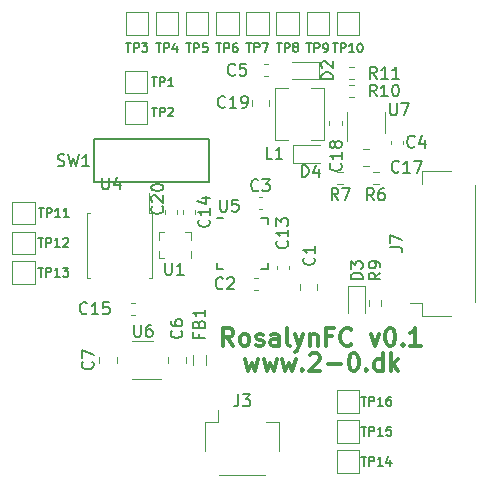
<source format=gbr>
%TF.GenerationSoftware,KiCad,Pcbnew,5.1.8-db9833491~87~ubuntu20.04.1*%
%TF.CreationDate,2020-11-23T17:18:25+01:00*%
%TF.ProjectId,rosalyn-fc,726f7361-6c79-46e2-9d66-632e6b696361,v0.1*%
%TF.SameCoordinates,Original*%
%TF.FileFunction,Legend,Top*%
%TF.FilePolarity,Positive*%
%FSLAX46Y46*%
G04 Gerber Fmt 4.6, Leading zero omitted, Abs format (unit mm)*
G04 Created by KiCad (PCBNEW 5.1.8-db9833491~87~ubuntu20.04.1) date 2020-11-23 17:18:25*
%MOMM*%
%LPD*%
G01*
G04 APERTURE LIST*
%ADD10C,0.300000*%
%ADD11C,0.120000*%
%ADD12C,0.100000*%
%ADD13C,0.150000*%
G04 APERTURE END LIST*
D10*
X150240000Y-109808571D02*
X150525714Y-110808571D01*
X150811428Y-110094285D01*
X151097142Y-110808571D01*
X151382857Y-109808571D01*
X151811428Y-109808571D02*
X152097142Y-110808571D01*
X152382857Y-110094285D01*
X152668571Y-110808571D01*
X152954285Y-109808571D01*
X153382857Y-109808571D02*
X153668571Y-110808571D01*
X153954285Y-110094285D01*
X154240000Y-110808571D01*
X154525714Y-109808571D01*
X155097142Y-110665714D02*
X155168571Y-110737142D01*
X155097142Y-110808571D01*
X155025714Y-110737142D01*
X155097142Y-110665714D01*
X155097142Y-110808571D01*
X155740000Y-109451428D02*
X155811428Y-109380000D01*
X155954285Y-109308571D01*
X156311428Y-109308571D01*
X156454285Y-109380000D01*
X156525714Y-109451428D01*
X156597142Y-109594285D01*
X156597142Y-109737142D01*
X156525714Y-109951428D01*
X155668571Y-110808571D01*
X156597142Y-110808571D01*
X157240000Y-110237142D02*
X158382857Y-110237142D01*
X159382857Y-109308571D02*
X159525714Y-109308571D01*
X159668571Y-109380000D01*
X159740000Y-109451428D01*
X159811428Y-109594285D01*
X159882857Y-109880000D01*
X159882857Y-110237142D01*
X159811428Y-110522857D01*
X159740000Y-110665714D01*
X159668571Y-110737142D01*
X159525714Y-110808571D01*
X159382857Y-110808571D01*
X159240000Y-110737142D01*
X159168571Y-110665714D01*
X159097142Y-110522857D01*
X159025714Y-110237142D01*
X159025714Y-109880000D01*
X159097142Y-109594285D01*
X159168571Y-109451428D01*
X159240000Y-109380000D01*
X159382857Y-109308571D01*
X160525714Y-110665714D02*
X160597142Y-110737142D01*
X160525714Y-110808571D01*
X160454285Y-110737142D01*
X160525714Y-110665714D01*
X160525714Y-110808571D01*
X161882857Y-110808571D02*
X161882857Y-109308571D01*
X161882857Y-110737142D02*
X161740000Y-110808571D01*
X161454285Y-110808571D01*
X161311428Y-110737142D01*
X161240000Y-110665714D01*
X161168571Y-110522857D01*
X161168571Y-110094285D01*
X161240000Y-109951428D01*
X161311428Y-109880000D01*
X161454285Y-109808571D01*
X161740000Y-109808571D01*
X161882857Y-109880000D01*
X162597142Y-110808571D02*
X162597142Y-109308571D01*
X162740000Y-110237142D02*
X163168571Y-110808571D01*
X163168571Y-109808571D02*
X162597142Y-110380000D01*
X149245714Y-108668571D02*
X148745714Y-107954285D01*
X148388571Y-108668571D02*
X148388571Y-107168571D01*
X148960000Y-107168571D01*
X149102857Y-107240000D01*
X149174285Y-107311428D01*
X149245714Y-107454285D01*
X149245714Y-107668571D01*
X149174285Y-107811428D01*
X149102857Y-107882857D01*
X148960000Y-107954285D01*
X148388571Y-107954285D01*
X150102857Y-108668571D02*
X149960000Y-108597142D01*
X149888571Y-108525714D01*
X149817142Y-108382857D01*
X149817142Y-107954285D01*
X149888571Y-107811428D01*
X149960000Y-107740000D01*
X150102857Y-107668571D01*
X150317142Y-107668571D01*
X150460000Y-107740000D01*
X150531428Y-107811428D01*
X150602857Y-107954285D01*
X150602857Y-108382857D01*
X150531428Y-108525714D01*
X150460000Y-108597142D01*
X150317142Y-108668571D01*
X150102857Y-108668571D01*
X151174285Y-108597142D02*
X151317142Y-108668571D01*
X151602857Y-108668571D01*
X151745714Y-108597142D01*
X151817142Y-108454285D01*
X151817142Y-108382857D01*
X151745714Y-108240000D01*
X151602857Y-108168571D01*
X151388571Y-108168571D01*
X151245714Y-108097142D01*
X151174285Y-107954285D01*
X151174285Y-107882857D01*
X151245714Y-107740000D01*
X151388571Y-107668571D01*
X151602857Y-107668571D01*
X151745714Y-107740000D01*
X153102857Y-108668571D02*
X153102857Y-107882857D01*
X153031428Y-107740000D01*
X152888571Y-107668571D01*
X152602857Y-107668571D01*
X152460000Y-107740000D01*
X153102857Y-108597142D02*
X152960000Y-108668571D01*
X152602857Y-108668571D01*
X152460000Y-108597142D01*
X152388571Y-108454285D01*
X152388571Y-108311428D01*
X152460000Y-108168571D01*
X152602857Y-108097142D01*
X152960000Y-108097142D01*
X153102857Y-108025714D01*
X154031428Y-108668571D02*
X153888571Y-108597142D01*
X153817142Y-108454285D01*
X153817142Y-107168571D01*
X154460000Y-107668571D02*
X154817142Y-108668571D01*
X155174285Y-107668571D02*
X154817142Y-108668571D01*
X154674285Y-109025714D01*
X154602857Y-109097142D01*
X154460000Y-109168571D01*
X155745714Y-107668571D02*
X155745714Y-108668571D01*
X155745714Y-107811428D02*
X155817142Y-107740000D01*
X155960000Y-107668571D01*
X156174285Y-107668571D01*
X156317142Y-107740000D01*
X156388571Y-107882857D01*
X156388571Y-108668571D01*
X157602857Y-107882857D02*
X157102857Y-107882857D01*
X157102857Y-108668571D02*
X157102857Y-107168571D01*
X157817142Y-107168571D01*
X159245714Y-108525714D02*
X159174285Y-108597142D01*
X158960000Y-108668571D01*
X158817142Y-108668571D01*
X158602857Y-108597142D01*
X158460000Y-108454285D01*
X158388571Y-108311428D01*
X158317142Y-108025714D01*
X158317142Y-107811428D01*
X158388571Y-107525714D01*
X158460000Y-107382857D01*
X158602857Y-107240000D01*
X158817142Y-107168571D01*
X158960000Y-107168571D01*
X159174285Y-107240000D01*
X159245714Y-107311428D01*
X160888571Y-107668571D02*
X161245714Y-108668571D01*
X161602857Y-107668571D01*
X162460000Y-107168571D02*
X162602857Y-107168571D01*
X162745714Y-107240000D01*
X162817142Y-107311428D01*
X162888571Y-107454285D01*
X162960000Y-107740000D01*
X162960000Y-108097142D01*
X162888571Y-108382857D01*
X162817142Y-108525714D01*
X162745714Y-108597142D01*
X162602857Y-108668571D01*
X162460000Y-108668571D01*
X162317142Y-108597142D01*
X162245714Y-108525714D01*
X162174285Y-108382857D01*
X162102857Y-108097142D01*
X162102857Y-107740000D01*
X162174285Y-107454285D01*
X162245714Y-107311428D01*
X162317142Y-107240000D01*
X162460000Y-107168571D01*
X163602857Y-108525714D02*
X163674285Y-108597142D01*
X163602857Y-108668571D01*
X163531428Y-108597142D01*
X163602857Y-108525714D01*
X163602857Y-108668571D01*
X165102857Y-108668571D02*
X164245714Y-108668571D01*
X164674285Y-108668571D02*
X164674285Y-107168571D01*
X164531428Y-107382857D01*
X164388571Y-107525714D01*
X164245714Y-107597142D01*
D11*
%TO.C,C7*%
X139385000Y-110121252D02*
X139385000Y-109598748D01*
X137915000Y-110121252D02*
X137915000Y-109598748D01*
%TO.C,C6*%
X145225000Y-110131252D02*
X145225000Y-109608748D01*
X143755000Y-110131252D02*
X143755000Y-109608748D01*
%TO.C,C20*%
X144510000Y-97490580D02*
X144510000Y-97209420D01*
X143490000Y-97490580D02*
X143490000Y-97209420D01*
%TO.C,L1*%
X153844000Y-91216000D02*
X152744000Y-91216000D01*
X152744000Y-91216000D02*
X152744000Y-86816000D01*
X152744000Y-86816000D02*
X153844000Y-86816000D01*
X155844000Y-86816000D02*
X156944000Y-86816000D01*
X156944000Y-86816000D02*
X156944000Y-91216000D01*
X156944000Y-91216000D02*
X155844000Y-91216000D01*
%TO.C,R11*%
X159497258Y-85067500D02*
X159022742Y-85067500D01*
X159497258Y-86112500D02*
X159022742Y-86112500D01*
%TO.C,C15*%
X140890580Y-105050000D02*
X140609420Y-105050000D01*
X140890580Y-106070000D02*
X140609420Y-106070000D01*
%TO.C,C14*%
X146000000Y-97480580D02*
X146000000Y-97199420D01*
X144980000Y-97480580D02*
X144980000Y-97199420D01*
%TO.C,C13*%
X152910000Y-101889420D02*
X152910000Y-102170580D01*
X153930000Y-101889420D02*
X153930000Y-102170580D01*
D12*
%TO.C,U1*%
X145640000Y-99070000D02*
X145160000Y-99070000D01*
X143420000Y-99070000D02*
X142940000Y-99070000D01*
X142940000Y-99070000D02*
X142940000Y-99710000D01*
X145640000Y-99070000D02*
X145640000Y-99710000D01*
X142940000Y-100630000D02*
X142940000Y-101270000D01*
X143420000Y-101270000D02*
X142940000Y-101270000D01*
X145640000Y-100630000D02*
X145640000Y-101270000D01*
D13*
%TO.C,U5*%
X152150000Y-97850000D02*
X151625000Y-97850000D01*
X152150000Y-102150000D02*
X151625000Y-102150000D01*
X147850000Y-102150000D02*
X148375000Y-102150000D01*
X147850000Y-97850000D02*
X148375000Y-97850000D01*
X152150000Y-102150000D02*
X152150000Y-101625000D01*
X147850000Y-102150000D02*
X147850000Y-101625000D01*
X152150000Y-97850000D02*
X152150000Y-98375000D01*
D11*
%TO.C,C1*%
X154895000Y-103971252D02*
X154895000Y-103448748D01*
X156365000Y-103971252D02*
X156365000Y-103448748D01*
%TO.C,C2*%
X151019420Y-103940000D02*
X151300580Y-103940000D01*
X151019420Y-102920000D02*
X151300580Y-102920000D01*
%TO.C,C3*%
X151389420Y-96040000D02*
X151670580Y-96040000D01*
X151389420Y-97060000D02*
X151670580Y-97060000D01*
%TO.C,D3*%
X160441000Y-105866000D02*
X160441000Y-103581000D01*
X160441000Y-103581000D02*
X158971000Y-103581000D01*
X158971000Y-103581000D02*
X158971000Y-105866000D01*
%TO.C,R6*%
X161547258Y-93937500D02*
X161072742Y-93937500D01*
X161547258Y-94982500D02*
X161072742Y-94982500D01*
%TO.C,R7*%
X158537258Y-94982500D02*
X158062742Y-94982500D01*
X158537258Y-93937500D02*
X158062742Y-93937500D01*
%TO.C,R9*%
X161778500Y-104798742D02*
X161778500Y-105273258D01*
X160733500Y-104798742D02*
X160733500Y-105273258D01*
%TO.C,U6*%
X142476000Y-108258000D02*
X140676000Y-108258000D01*
X140676000Y-111478000D02*
X143126000Y-111478000D01*
%TO.C,C17*%
X160218748Y-91975000D02*
X160741252Y-91975000D01*
X160218748Y-93445000D02*
X160741252Y-93445000D01*
%TO.C,C18*%
X157394000Y-89659420D02*
X157394000Y-89940580D01*
X158414000Y-89659420D02*
X158414000Y-89940580D01*
%TO.C,C19*%
X150825000Y-87818748D02*
X150825000Y-88341252D01*
X152295000Y-87818748D02*
X152295000Y-88341252D01*
%TO.C,D4*%
X154315000Y-93175000D02*
X156600000Y-93175000D01*
X154315000Y-91705000D02*
X154315000Y-93175000D01*
X156600000Y-91705000D02*
X154315000Y-91705000D01*
%TO.C,D2*%
X154190000Y-86075000D02*
X156475000Y-86075000D01*
X156475000Y-86075000D02*
X156475000Y-84605000D01*
X156475000Y-84605000D02*
X154190000Y-84605000D01*
%TO.C,R10*%
X159016742Y-86577500D02*
X159491258Y-86577500D01*
X159016742Y-87622500D02*
X159491258Y-87622500D01*
%TO.C,U7*%
X158874000Y-88890000D02*
X158874000Y-91340000D01*
X162094000Y-90690000D02*
X162094000Y-88890000D01*
%TO.C,FB1*%
X146920000Y-109480378D02*
X146920000Y-110279622D01*
X145800000Y-109480378D02*
X145800000Y-110279622D01*
%TO.C,C4*%
X162620000Y-91585580D02*
X162620000Y-91304420D01*
X163640000Y-91585580D02*
X163640000Y-91304420D01*
%TO.C,C5*%
X151879420Y-85850000D02*
X152160580Y-85850000D01*
X151879420Y-84830000D02*
X152160580Y-84830000D01*
%TO.C,J3*%
X146890000Y-117615000D02*
X146890000Y-115115000D01*
X146890000Y-115115000D02*
X147940000Y-115115000D01*
X147940000Y-115115000D02*
X147940000Y-114125000D01*
X153110000Y-117615000D02*
X153110000Y-115115000D01*
X153110000Y-115115000D02*
X152060000Y-115115000D01*
X148060000Y-119585000D02*
X151940000Y-119585000D01*
%TO.C,J7*%
X169685000Y-104940000D02*
X169685000Y-95060000D01*
X165215000Y-93890000D02*
X165215000Y-94940000D01*
X167715000Y-93890000D02*
X165215000Y-93890000D01*
X165215000Y-105060000D02*
X164225000Y-105060000D01*
X165215000Y-106110000D02*
X165215000Y-105060000D01*
X167715000Y-106110000D02*
X165215000Y-106110000D01*
%TO.C,U4*%
X142085000Y-97402500D02*
X142085000Y-95750000D01*
X142367500Y-97402500D02*
X142085000Y-97402500D01*
X142367500Y-100150000D02*
X142367500Y-97402500D01*
X142367500Y-102897500D02*
X142085000Y-102897500D01*
X142367500Y-100150000D02*
X142367500Y-102897500D01*
X136872500Y-97402500D02*
X137155000Y-97402500D01*
X136872500Y-100150000D02*
X136872500Y-97402500D01*
X136872500Y-102897500D02*
X137155000Y-102897500D01*
X136872500Y-100150000D02*
X136872500Y-102897500D01*
%TO.C,TP1*%
X140050000Y-85410000D02*
X141950000Y-85410000D01*
X141950000Y-85410000D02*
X141950000Y-87310000D01*
X141950000Y-87310000D02*
X140050000Y-87310000D01*
X140050000Y-87310000D02*
X140050000Y-85410000D01*
%TO.C,TP2*%
X140050000Y-89860000D02*
X140050000Y-87960000D01*
X141950000Y-89860000D02*
X140050000Y-89860000D01*
X141950000Y-87960000D02*
X141950000Y-89860000D01*
X140050000Y-87960000D02*
X141950000Y-87960000D01*
%TO.C,TP3*%
X140150000Y-80450000D02*
X142050000Y-80450000D01*
X142050000Y-80450000D02*
X142050000Y-82350000D01*
X142050000Y-82350000D02*
X140150000Y-82350000D01*
X140150000Y-82350000D02*
X140150000Y-80450000D01*
%TO.C,TP4*%
X142700000Y-82350000D02*
X142700000Y-80450000D01*
X144600000Y-82350000D02*
X142700000Y-82350000D01*
X144600000Y-80450000D02*
X144600000Y-82350000D01*
X142700000Y-80450000D02*
X144600000Y-80450000D01*
%TO.C,TP5*%
X145250000Y-80450000D02*
X147150000Y-80450000D01*
X147150000Y-80450000D02*
X147150000Y-82350000D01*
X147150000Y-82350000D02*
X145250000Y-82350000D01*
X145250000Y-82350000D02*
X145250000Y-80450000D01*
%TO.C,TP6*%
X147800000Y-80450000D02*
X149700000Y-80450000D01*
X149700000Y-80450000D02*
X149700000Y-82350000D01*
X149700000Y-82350000D02*
X147800000Y-82350000D01*
X147800000Y-82350000D02*
X147800000Y-80450000D01*
%TO.C,TP7*%
X150350000Y-82350000D02*
X150350000Y-80450000D01*
X152250000Y-82350000D02*
X150350000Y-82350000D01*
X152250000Y-80450000D02*
X152250000Y-82350000D01*
X150350000Y-80450000D02*
X152250000Y-80450000D01*
%TO.C,TP8*%
X152900000Y-80450000D02*
X154800000Y-80450000D01*
X154800000Y-80450000D02*
X154800000Y-82350000D01*
X154800000Y-82350000D02*
X152900000Y-82350000D01*
X152900000Y-82350000D02*
X152900000Y-80450000D01*
%TO.C,TP9*%
X155450000Y-82350000D02*
X155450000Y-80450000D01*
X157350000Y-82350000D02*
X155450000Y-82350000D01*
X157350000Y-80450000D02*
X157350000Y-82350000D01*
X155450000Y-80450000D02*
X157350000Y-80450000D01*
%TO.C,TP10*%
X158000000Y-80450000D02*
X159900000Y-80450000D01*
X159900000Y-80450000D02*
X159900000Y-82350000D01*
X159900000Y-82350000D02*
X158000000Y-82350000D01*
X158000000Y-82350000D02*
X158000000Y-80450000D01*
%TO.C,TP11*%
X130540000Y-98360000D02*
X130540000Y-96460000D01*
X132440000Y-98360000D02*
X130540000Y-98360000D01*
X132440000Y-96460000D02*
X132440000Y-98360000D01*
X130540000Y-96460000D02*
X132440000Y-96460000D01*
%TO.C,TP12*%
X130540000Y-99000000D02*
X132440000Y-99000000D01*
X132440000Y-99000000D02*
X132440000Y-100900000D01*
X132440000Y-100900000D02*
X130540000Y-100900000D01*
X130540000Y-100900000D02*
X130540000Y-99000000D01*
%TO.C,TP13*%
X130540000Y-103430000D02*
X130540000Y-101530000D01*
X132440000Y-103430000D02*
X130540000Y-103430000D01*
X132440000Y-101530000D02*
X132440000Y-103430000D01*
X130540000Y-101530000D02*
X132440000Y-101530000D01*
%TO.C,TP14*%
X158020000Y-119430000D02*
X158020000Y-117530000D01*
X159920000Y-119430000D02*
X158020000Y-119430000D01*
X159920000Y-117530000D02*
X159920000Y-119430000D01*
X158020000Y-117530000D02*
X159920000Y-117530000D01*
%TO.C,TP15*%
X158020000Y-114980000D02*
X159920000Y-114980000D01*
X159920000Y-114980000D02*
X159920000Y-116880000D01*
X159920000Y-116880000D02*
X158020000Y-116880000D01*
X158020000Y-116880000D02*
X158020000Y-114980000D01*
%TO.C,TP16*%
X158020000Y-114340000D02*
X158020000Y-112440000D01*
X159920000Y-114340000D02*
X158020000Y-114340000D01*
X159920000Y-112440000D02*
X159920000Y-114340000D01*
X158020000Y-112440000D02*
X159920000Y-112440000D01*
D13*
%TO.C,SW1*%
X137420000Y-91190000D02*
X147220000Y-91190000D01*
X147220000Y-94790000D02*
X137420000Y-94790000D01*
X147220000Y-91190000D02*
X147220000Y-94790000D01*
X137420000Y-94790000D02*
X137420000Y-91190000D01*
%TO.C,C7*%
X137327142Y-110026666D02*
X137374761Y-110074285D01*
X137422380Y-110217142D01*
X137422380Y-110312380D01*
X137374761Y-110455238D01*
X137279523Y-110550476D01*
X137184285Y-110598095D01*
X136993809Y-110645714D01*
X136850952Y-110645714D01*
X136660476Y-110598095D01*
X136565238Y-110550476D01*
X136470000Y-110455238D01*
X136422380Y-110312380D01*
X136422380Y-110217142D01*
X136470000Y-110074285D01*
X136517619Y-110026666D01*
X136422380Y-109693333D02*
X136422380Y-109026666D01*
X137422380Y-109455238D01*
%TO.C,C6*%
X144847142Y-107396666D02*
X144894761Y-107444285D01*
X144942380Y-107587142D01*
X144942380Y-107682380D01*
X144894761Y-107825238D01*
X144799523Y-107920476D01*
X144704285Y-107968095D01*
X144513809Y-108015714D01*
X144370952Y-108015714D01*
X144180476Y-107968095D01*
X144085238Y-107920476D01*
X143990000Y-107825238D01*
X143942380Y-107682380D01*
X143942380Y-107587142D01*
X143990000Y-107444285D01*
X144037619Y-107396666D01*
X143942380Y-106539523D02*
X143942380Y-106730000D01*
X143990000Y-106825238D01*
X144037619Y-106872857D01*
X144180476Y-106968095D01*
X144370952Y-107015714D01*
X144751904Y-107015714D01*
X144847142Y-106968095D01*
X144894761Y-106920476D01*
X144942380Y-106825238D01*
X144942380Y-106634761D01*
X144894761Y-106539523D01*
X144847142Y-106491904D01*
X144751904Y-106444285D01*
X144513809Y-106444285D01*
X144418571Y-106491904D01*
X144370952Y-106539523D01*
X144323333Y-106634761D01*
X144323333Y-106825238D01*
X144370952Y-106920476D01*
X144418571Y-106968095D01*
X144513809Y-107015714D01*
%TO.C,C20*%
X143217142Y-96872857D02*
X143264761Y-96920476D01*
X143312380Y-97063333D01*
X143312380Y-97158571D01*
X143264761Y-97301428D01*
X143169523Y-97396666D01*
X143074285Y-97444285D01*
X142883809Y-97491904D01*
X142740952Y-97491904D01*
X142550476Y-97444285D01*
X142455238Y-97396666D01*
X142360000Y-97301428D01*
X142312380Y-97158571D01*
X142312380Y-97063333D01*
X142360000Y-96920476D01*
X142407619Y-96872857D01*
X142407619Y-96491904D02*
X142360000Y-96444285D01*
X142312380Y-96349047D01*
X142312380Y-96110952D01*
X142360000Y-96015714D01*
X142407619Y-95968095D01*
X142502857Y-95920476D01*
X142598095Y-95920476D01*
X142740952Y-95968095D01*
X143312380Y-96539523D01*
X143312380Y-95920476D01*
X142312380Y-95301428D02*
X142312380Y-95206190D01*
X142360000Y-95110952D01*
X142407619Y-95063333D01*
X142502857Y-95015714D01*
X142693333Y-94968095D01*
X142931428Y-94968095D01*
X143121904Y-95015714D01*
X143217142Y-95063333D01*
X143264761Y-95110952D01*
X143312380Y-95206190D01*
X143312380Y-95301428D01*
X143264761Y-95396666D01*
X143217142Y-95444285D01*
X143121904Y-95491904D01*
X142931428Y-95539523D01*
X142693333Y-95539523D01*
X142502857Y-95491904D01*
X142407619Y-95444285D01*
X142360000Y-95396666D01*
X142312380Y-95301428D01*
%TO.C,L1*%
X152543333Y-92832380D02*
X152067142Y-92832380D01*
X152067142Y-91832380D01*
X153400476Y-92832380D02*
X152829047Y-92832380D01*
X153114761Y-92832380D02*
X153114761Y-91832380D01*
X153019523Y-91975238D01*
X152924285Y-92070476D01*
X152829047Y-92118095D01*
%TO.C,R11*%
X161387142Y-86042380D02*
X161053809Y-85566190D01*
X160815714Y-86042380D02*
X160815714Y-85042380D01*
X161196666Y-85042380D01*
X161291904Y-85090000D01*
X161339523Y-85137619D01*
X161387142Y-85232857D01*
X161387142Y-85375714D01*
X161339523Y-85470952D01*
X161291904Y-85518571D01*
X161196666Y-85566190D01*
X160815714Y-85566190D01*
X162339523Y-86042380D02*
X161768095Y-86042380D01*
X162053809Y-86042380D02*
X162053809Y-85042380D01*
X161958571Y-85185238D01*
X161863333Y-85280476D01*
X161768095Y-85328095D01*
X163291904Y-86042380D02*
X162720476Y-86042380D01*
X163006190Y-86042380D02*
X163006190Y-85042380D01*
X162910952Y-85185238D01*
X162815714Y-85280476D01*
X162720476Y-85328095D01*
%TO.C,C15*%
X136867142Y-105897142D02*
X136819523Y-105944761D01*
X136676666Y-105992380D01*
X136581428Y-105992380D01*
X136438571Y-105944761D01*
X136343333Y-105849523D01*
X136295714Y-105754285D01*
X136248095Y-105563809D01*
X136248095Y-105420952D01*
X136295714Y-105230476D01*
X136343333Y-105135238D01*
X136438571Y-105040000D01*
X136581428Y-104992380D01*
X136676666Y-104992380D01*
X136819523Y-105040000D01*
X136867142Y-105087619D01*
X137819523Y-105992380D02*
X137248095Y-105992380D01*
X137533809Y-105992380D02*
X137533809Y-104992380D01*
X137438571Y-105135238D01*
X137343333Y-105230476D01*
X137248095Y-105278095D01*
X138724285Y-104992380D02*
X138248095Y-104992380D01*
X138200476Y-105468571D01*
X138248095Y-105420952D01*
X138343333Y-105373333D01*
X138581428Y-105373333D01*
X138676666Y-105420952D01*
X138724285Y-105468571D01*
X138771904Y-105563809D01*
X138771904Y-105801904D01*
X138724285Y-105897142D01*
X138676666Y-105944761D01*
X138581428Y-105992380D01*
X138343333Y-105992380D01*
X138248095Y-105944761D01*
X138200476Y-105897142D01*
%TO.C,C14*%
X147167142Y-97982857D02*
X147214761Y-98030476D01*
X147262380Y-98173333D01*
X147262380Y-98268571D01*
X147214761Y-98411428D01*
X147119523Y-98506666D01*
X147024285Y-98554285D01*
X146833809Y-98601904D01*
X146690952Y-98601904D01*
X146500476Y-98554285D01*
X146405238Y-98506666D01*
X146310000Y-98411428D01*
X146262380Y-98268571D01*
X146262380Y-98173333D01*
X146310000Y-98030476D01*
X146357619Y-97982857D01*
X147262380Y-97030476D02*
X147262380Y-97601904D01*
X147262380Y-97316190D02*
X146262380Y-97316190D01*
X146405238Y-97411428D01*
X146500476Y-97506666D01*
X146548095Y-97601904D01*
X146595714Y-96173333D02*
X147262380Y-96173333D01*
X146214761Y-96411428D02*
X146929047Y-96649523D01*
X146929047Y-96030476D01*
%TO.C,C13*%
X153797142Y-99792857D02*
X153844761Y-99840476D01*
X153892380Y-99983333D01*
X153892380Y-100078571D01*
X153844761Y-100221428D01*
X153749523Y-100316666D01*
X153654285Y-100364285D01*
X153463809Y-100411904D01*
X153320952Y-100411904D01*
X153130476Y-100364285D01*
X153035238Y-100316666D01*
X152940000Y-100221428D01*
X152892380Y-100078571D01*
X152892380Y-99983333D01*
X152940000Y-99840476D01*
X152987619Y-99792857D01*
X153892380Y-98840476D02*
X153892380Y-99411904D01*
X153892380Y-99126190D02*
X152892380Y-99126190D01*
X153035238Y-99221428D01*
X153130476Y-99316666D01*
X153178095Y-99411904D01*
X152892380Y-98507142D02*
X152892380Y-97888095D01*
X153273333Y-98221428D01*
X153273333Y-98078571D01*
X153320952Y-97983333D01*
X153368571Y-97935714D01*
X153463809Y-97888095D01*
X153701904Y-97888095D01*
X153797142Y-97935714D01*
X153844761Y-97983333D01*
X153892380Y-98078571D01*
X153892380Y-98364285D01*
X153844761Y-98459523D01*
X153797142Y-98507142D01*
%TO.C,U1*%
X143488095Y-101652380D02*
X143488095Y-102461904D01*
X143535714Y-102557142D01*
X143583333Y-102604761D01*
X143678571Y-102652380D01*
X143869047Y-102652380D01*
X143964285Y-102604761D01*
X144011904Y-102557142D01*
X144059523Y-102461904D01*
X144059523Y-101652380D01*
X145059523Y-102652380D02*
X144488095Y-102652380D01*
X144773809Y-102652380D02*
X144773809Y-101652380D01*
X144678571Y-101795238D01*
X144583333Y-101890476D01*
X144488095Y-101938095D01*
%TO.C,U5*%
X148128095Y-96302380D02*
X148128095Y-97111904D01*
X148175714Y-97207142D01*
X148223333Y-97254761D01*
X148318571Y-97302380D01*
X148509047Y-97302380D01*
X148604285Y-97254761D01*
X148651904Y-97207142D01*
X148699523Y-97111904D01*
X148699523Y-96302380D01*
X149651904Y-96302380D02*
X149175714Y-96302380D01*
X149128095Y-96778571D01*
X149175714Y-96730952D01*
X149270952Y-96683333D01*
X149509047Y-96683333D01*
X149604285Y-96730952D01*
X149651904Y-96778571D01*
X149699523Y-96873809D01*
X149699523Y-97111904D01*
X149651904Y-97207142D01*
X149604285Y-97254761D01*
X149509047Y-97302380D01*
X149270952Y-97302380D01*
X149175714Y-97254761D01*
X149128095Y-97207142D01*
%TO.C,C1*%
X156077142Y-101206666D02*
X156124761Y-101254285D01*
X156172380Y-101397142D01*
X156172380Y-101492380D01*
X156124761Y-101635238D01*
X156029523Y-101730476D01*
X155934285Y-101778095D01*
X155743809Y-101825714D01*
X155600952Y-101825714D01*
X155410476Y-101778095D01*
X155315238Y-101730476D01*
X155220000Y-101635238D01*
X155172380Y-101492380D01*
X155172380Y-101397142D01*
X155220000Y-101254285D01*
X155267619Y-101206666D01*
X156172380Y-100254285D02*
X156172380Y-100825714D01*
X156172380Y-100540000D02*
X155172380Y-100540000D01*
X155315238Y-100635238D01*
X155410476Y-100730476D01*
X155458095Y-100825714D01*
%TO.C,C2*%
X148363333Y-103787142D02*
X148315714Y-103834761D01*
X148172857Y-103882380D01*
X148077619Y-103882380D01*
X147934761Y-103834761D01*
X147839523Y-103739523D01*
X147791904Y-103644285D01*
X147744285Y-103453809D01*
X147744285Y-103310952D01*
X147791904Y-103120476D01*
X147839523Y-103025238D01*
X147934761Y-102930000D01*
X148077619Y-102882380D01*
X148172857Y-102882380D01*
X148315714Y-102930000D01*
X148363333Y-102977619D01*
X148744285Y-102977619D02*
X148791904Y-102930000D01*
X148887142Y-102882380D01*
X149125238Y-102882380D01*
X149220476Y-102930000D01*
X149268095Y-102977619D01*
X149315714Y-103072857D01*
X149315714Y-103168095D01*
X149268095Y-103310952D01*
X148696666Y-103882380D01*
X149315714Y-103882380D01*
%TO.C,C3*%
X151363333Y-95477142D02*
X151315714Y-95524761D01*
X151172857Y-95572380D01*
X151077619Y-95572380D01*
X150934761Y-95524761D01*
X150839523Y-95429523D01*
X150791904Y-95334285D01*
X150744285Y-95143809D01*
X150744285Y-95000952D01*
X150791904Y-94810476D01*
X150839523Y-94715238D01*
X150934761Y-94620000D01*
X151077619Y-94572380D01*
X151172857Y-94572380D01*
X151315714Y-94620000D01*
X151363333Y-94667619D01*
X151696666Y-94572380D02*
X152315714Y-94572380D01*
X151982380Y-94953333D01*
X152125238Y-94953333D01*
X152220476Y-95000952D01*
X152268095Y-95048571D01*
X152315714Y-95143809D01*
X152315714Y-95381904D01*
X152268095Y-95477142D01*
X152220476Y-95524761D01*
X152125238Y-95572380D01*
X151839523Y-95572380D01*
X151744285Y-95524761D01*
X151696666Y-95477142D01*
%TO.C,D3*%
X160192380Y-103048095D02*
X159192380Y-103048095D01*
X159192380Y-102810000D01*
X159240000Y-102667142D01*
X159335238Y-102571904D01*
X159430476Y-102524285D01*
X159620952Y-102476666D01*
X159763809Y-102476666D01*
X159954285Y-102524285D01*
X160049523Y-102571904D01*
X160144761Y-102667142D01*
X160192380Y-102810000D01*
X160192380Y-103048095D01*
X159192380Y-102143333D02*
X159192380Y-101524285D01*
X159573333Y-101857619D01*
X159573333Y-101714761D01*
X159620952Y-101619523D01*
X159668571Y-101571904D01*
X159763809Y-101524285D01*
X160001904Y-101524285D01*
X160097142Y-101571904D01*
X160144761Y-101619523D01*
X160192380Y-101714761D01*
X160192380Y-102000476D01*
X160144761Y-102095714D01*
X160097142Y-102143333D01*
%TO.C,R6*%
X161143333Y-96342380D02*
X160810000Y-95866190D01*
X160571904Y-96342380D02*
X160571904Y-95342380D01*
X160952857Y-95342380D01*
X161048095Y-95390000D01*
X161095714Y-95437619D01*
X161143333Y-95532857D01*
X161143333Y-95675714D01*
X161095714Y-95770952D01*
X161048095Y-95818571D01*
X160952857Y-95866190D01*
X160571904Y-95866190D01*
X162000476Y-95342380D02*
X161810000Y-95342380D01*
X161714761Y-95390000D01*
X161667142Y-95437619D01*
X161571904Y-95580476D01*
X161524285Y-95770952D01*
X161524285Y-96151904D01*
X161571904Y-96247142D01*
X161619523Y-96294761D01*
X161714761Y-96342380D01*
X161905238Y-96342380D01*
X162000476Y-96294761D01*
X162048095Y-96247142D01*
X162095714Y-96151904D01*
X162095714Y-95913809D01*
X162048095Y-95818571D01*
X162000476Y-95770952D01*
X161905238Y-95723333D01*
X161714761Y-95723333D01*
X161619523Y-95770952D01*
X161571904Y-95818571D01*
X161524285Y-95913809D01*
%TO.C,R7*%
X158143333Y-96322380D02*
X157810000Y-95846190D01*
X157571904Y-96322380D02*
X157571904Y-95322380D01*
X157952857Y-95322380D01*
X158048095Y-95370000D01*
X158095714Y-95417619D01*
X158143333Y-95512857D01*
X158143333Y-95655714D01*
X158095714Y-95750952D01*
X158048095Y-95798571D01*
X157952857Y-95846190D01*
X157571904Y-95846190D01*
X158476666Y-95322380D02*
X159143333Y-95322380D01*
X158714761Y-96322380D01*
%TO.C,R9*%
X161702380Y-102486666D02*
X161226190Y-102820000D01*
X161702380Y-103058095D02*
X160702380Y-103058095D01*
X160702380Y-102677142D01*
X160750000Y-102581904D01*
X160797619Y-102534285D01*
X160892857Y-102486666D01*
X161035714Y-102486666D01*
X161130952Y-102534285D01*
X161178571Y-102581904D01*
X161226190Y-102677142D01*
X161226190Y-103058095D01*
X161702380Y-102010476D02*
X161702380Y-101820000D01*
X161654761Y-101724761D01*
X161607142Y-101677142D01*
X161464285Y-101581904D01*
X161273809Y-101534285D01*
X160892857Y-101534285D01*
X160797619Y-101581904D01*
X160750000Y-101629523D01*
X160702380Y-101724761D01*
X160702380Y-101915238D01*
X160750000Y-102010476D01*
X160797619Y-102058095D01*
X160892857Y-102105714D01*
X161130952Y-102105714D01*
X161226190Y-102058095D01*
X161273809Y-102010476D01*
X161321428Y-101915238D01*
X161321428Y-101724761D01*
X161273809Y-101629523D01*
X161226190Y-101581904D01*
X161130952Y-101534285D01*
%TO.C,U6*%
X140848095Y-106902380D02*
X140848095Y-107711904D01*
X140895714Y-107807142D01*
X140943333Y-107854761D01*
X141038571Y-107902380D01*
X141229047Y-107902380D01*
X141324285Y-107854761D01*
X141371904Y-107807142D01*
X141419523Y-107711904D01*
X141419523Y-106902380D01*
X142324285Y-106902380D02*
X142133809Y-106902380D01*
X142038571Y-106950000D01*
X141990952Y-106997619D01*
X141895714Y-107140476D01*
X141848095Y-107330952D01*
X141848095Y-107711904D01*
X141895714Y-107807142D01*
X141943333Y-107854761D01*
X142038571Y-107902380D01*
X142229047Y-107902380D01*
X142324285Y-107854761D01*
X142371904Y-107807142D01*
X142419523Y-107711904D01*
X142419523Y-107473809D01*
X142371904Y-107378571D01*
X142324285Y-107330952D01*
X142229047Y-107283333D01*
X142038571Y-107283333D01*
X141943333Y-107330952D01*
X141895714Y-107378571D01*
X141848095Y-107473809D01*
%TO.C,C17*%
X163267142Y-93907142D02*
X163219523Y-93954761D01*
X163076666Y-94002380D01*
X162981428Y-94002380D01*
X162838571Y-93954761D01*
X162743333Y-93859523D01*
X162695714Y-93764285D01*
X162648095Y-93573809D01*
X162648095Y-93430952D01*
X162695714Y-93240476D01*
X162743333Y-93145238D01*
X162838571Y-93050000D01*
X162981428Y-93002380D01*
X163076666Y-93002380D01*
X163219523Y-93050000D01*
X163267142Y-93097619D01*
X164219523Y-94002380D02*
X163648095Y-94002380D01*
X163933809Y-94002380D02*
X163933809Y-93002380D01*
X163838571Y-93145238D01*
X163743333Y-93240476D01*
X163648095Y-93288095D01*
X164552857Y-93002380D02*
X165219523Y-93002380D01*
X164790952Y-94002380D01*
%TO.C,C18*%
X158327142Y-93232857D02*
X158374761Y-93280476D01*
X158422380Y-93423333D01*
X158422380Y-93518571D01*
X158374761Y-93661428D01*
X158279523Y-93756666D01*
X158184285Y-93804285D01*
X157993809Y-93851904D01*
X157850952Y-93851904D01*
X157660476Y-93804285D01*
X157565238Y-93756666D01*
X157470000Y-93661428D01*
X157422380Y-93518571D01*
X157422380Y-93423333D01*
X157470000Y-93280476D01*
X157517619Y-93232857D01*
X158422380Y-92280476D02*
X158422380Y-92851904D01*
X158422380Y-92566190D02*
X157422380Y-92566190D01*
X157565238Y-92661428D01*
X157660476Y-92756666D01*
X157708095Y-92851904D01*
X157850952Y-91709047D02*
X157803333Y-91804285D01*
X157755714Y-91851904D01*
X157660476Y-91899523D01*
X157612857Y-91899523D01*
X157517619Y-91851904D01*
X157470000Y-91804285D01*
X157422380Y-91709047D01*
X157422380Y-91518571D01*
X157470000Y-91423333D01*
X157517619Y-91375714D01*
X157612857Y-91328095D01*
X157660476Y-91328095D01*
X157755714Y-91375714D01*
X157803333Y-91423333D01*
X157850952Y-91518571D01*
X157850952Y-91709047D01*
X157898571Y-91804285D01*
X157946190Y-91851904D01*
X158041428Y-91899523D01*
X158231904Y-91899523D01*
X158327142Y-91851904D01*
X158374761Y-91804285D01*
X158422380Y-91709047D01*
X158422380Y-91518571D01*
X158374761Y-91423333D01*
X158327142Y-91375714D01*
X158231904Y-91328095D01*
X158041428Y-91328095D01*
X157946190Y-91375714D01*
X157898571Y-91423333D01*
X157850952Y-91518571D01*
%TO.C,C19*%
X148567142Y-88437142D02*
X148519523Y-88484761D01*
X148376666Y-88532380D01*
X148281428Y-88532380D01*
X148138571Y-88484761D01*
X148043333Y-88389523D01*
X147995714Y-88294285D01*
X147948095Y-88103809D01*
X147948095Y-87960952D01*
X147995714Y-87770476D01*
X148043333Y-87675238D01*
X148138571Y-87580000D01*
X148281428Y-87532380D01*
X148376666Y-87532380D01*
X148519523Y-87580000D01*
X148567142Y-87627619D01*
X149519523Y-88532380D02*
X148948095Y-88532380D01*
X149233809Y-88532380D02*
X149233809Y-87532380D01*
X149138571Y-87675238D01*
X149043333Y-87770476D01*
X148948095Y-87818095D01*
X149995714Y-88532380D02*
X150186190Y-88532380D01*
X150281428Y-88484761D01*
X150329047Y-88437142D01*
X150424285Y-88294285D01*
X150471904Y-88103809D01*
X150471904Y-87722857D01*
X150424285Y-87627619D01*
X150376666Y-87580000D01*
X150281428Y-87532380D01*
X150090952Y-87532380D01*
X149995714Y-87580000D01*
X149948095Y-87627619D01*
X149900476Y-87722857D01*
X149900476Y-87960952D01*
X149948095Y-88056190D01*
X149995714Y-88103809D01*
X150090952Y-88151428D01*
X150281428Y-88151428D01*
X150376666Y-88103809D01*
X150424285Y-88056190D01*
X150471904Y-87960952D01*
%TO.C,D4*%
X155051904Y-94382380D02*
X155051904Y-93382380D01*
X155290000Y-93382380D01*
X155432857Y-93430000D01*
X155528095Y-93525238D01*
X155575714Y-93620476D01*
X155623333Y-93810952D01*
X155623333Y-93953809D01*
X155575714Y-94144285D01*
X155528095Y-94239523D01*
X155432857Y-94334761D01*
X155290000Y-94382380D01*
X155051904Y-94382380D01*
X156480476Y-93715714D02*
X156480476Y-94382380D01*
X156242380Y-93334761D02*
X156004285Y-94049047D01*
X156623333Y-94049047D01*
%TO.C,D2*%
X157702380Y-86098095D02*
X156702380Y-86098095D01*
X156702380Y-85860000D01*
X156750000Y-85717142D01*
X156845238Y-85621904D01*
X156940476Y-85574285D01*
X157130952Y-85526666D01*
X157273809Y-85526666D01*
X157464285Y-85574285D01*
X157559523Y-85621904D01*
X157654761Y-85717142D01*
X157702380Y-85860000D01*
X157702380Y-86098095D01*
X156797619Y-85145714D02*
X156750000Y-85098095D01*
X156702380Y-85002857D01*
X156702380Y-84764761D01*
X156750000Y-84669523D01*
X156797619Y-84621904D01*
X156892857Y-84574285D01*
X156988095Y-84574285D01*
X157130952Y-84621904D01*
X157702380Y-85193333D01*
X157702380Y-84574285D01*
%TO.C,R10*%
X161377142Y-87552380D02*
X161043809Y-87076190D01*
X160805714Y-87552380D02*
X160805714Y-86552380D01*
X161186666Y-86552380D01*
X161281904Y-86600000D01*
X161329523Y-86647619D01*
X161377142Y-86742857D01*
X161377142Y-86885714D01*
X161329523Y-86980952D01*
X161281904Y-87028571D01*
X161186666Y-87076190D01*
X160805714Y-87076190D01*
X162329523Y-87552380D02*
X161758095Y-87552380D01*
X162043809Y-87552380D02*
X162043809Y-86552380D01*
X161948571Y-86695238D01*
X161853333Y-86790476D01*
X161758095Y-86838095D01*
X162948571Y-86552380D02*
X163043809Y-86552380D01*
X163139047Y-86600000D01*
X163186666Y-86647619D01*
X163234285Y-86742857D01*
X163281904Y-86933333D01*
X163281904Y-87171428D01*
X163234285Y-87361904D01*
X163186666Y-87457142D01*
X163139047Y-87504761D01*
X163043809Y-87552380D01*
X162948571Y-87552380D01*
X162853333Y-87504761D01*
X162805714Y-87457142D01*
X162758095Y-87361904D01*
X162710476Y-87171428D01*
X162710476Y-86933333D01*
X162758095Y-86742857D01*
X162805714Y-86647619D01*
X162853333Y-86600000D01*
X162948571Y-86552380D01*
%TO.C,U7*%
X162538095Y-88152380D02*
X162538095Y-88961904D01*
X162585714Y-89057142D01*
X162633333Y-89104761D01*
X162728571Y-89152380D01*
X162919047Y-89152380D01*
X163014285Y-89104761D01*
X163061904Y-89057142D01*
X163109523Y-88961904D01*
X163109523Y-88152380D01*
X163490476Y-88152380D02*
X164157142Y-88152380D01*
X163728571Y-89152380D01*
%TO.C,FB1*%
X146308571Y-107663333D02*
X146308571Y-107996666D01*
X146832380Y-107996666D02*
X145832380Y-107996666D01*
X145832380Y-107520476D01*
X146308571Y-106806190D02*
X146356190Y-106663333D01*
X146403809Y-106615714D01*
X146499047Y-106568095D01*
X146641904Y-106568095D01*
X146737142Y-106615714D01*
X146784761Y-106663333D01*
X146832380Y-106758571D01*
X146832380Y-107139523D01*
X145832380Y-107139523D01*
X145832380Y-106806190D01*
X145880000Y-106710952D01*
X145927619Y-106663333D01*
X146022857Y-106615714D01*
X146118095Y-106615714D01*
X146213333Y-106663333D01*
X146260952Y-106710952D01*
X146308571Y-106806190D01*
X146308571Y-107139523D01*
X146832380Y-105615714D02*
X146832380Y-106187142D01*
X146832380Y-105901428D02*
X145832380Y-105901428D01*
X145975238Y-105996666D01*
X146070476Y-106091904D01*
X146118095Y-106187142D01*
%TO.C,C4*%
X164593333Y-91797142D02*
X164545714Y-91844761D01*
X164402857Y-91892380D01*
X164307619Y-91892380D01*
X164164761Y-91844761D01*
X164069523Y-91749523D01*
X164021904Y-91654285D01*
X163974285Y-91463809D01*
X163974285Y-91320952D01*
X164021904Y-91130476D01*
X164069523Y-91035238D01*
X164164761Y-90940000D01*
X164307619Y-90892380D01*
X164402857Y-90892380D01*
X164545714Y-90940000D01*
X164593333Y-90987619D01*
X165450476Y-91225714D02*
X165450476Y-91892380D01*
X165212380Y-90844761D02*
X164974285Y-91559047D01*
X165593333Y-91559047D01*
%TO.C,C5*%
X149413333Y-85697142D02*
X149365714Y-85744761D01*
X149222857Y-85792380D01*
X149127619Y-85792380D01*
X148984761Y-85744761D01*
X148889523Y-85649523D01*
X148841904Y-85554285D01*
X148794285Y-85363809D01*
X148794285Y-85220952D01*
X148841904Y-85030476D01*
X148889523Y-84935238D01*
X148984761Y-84840000D01*
X149127619Y-84792380D01*
X149222857Y-84792380D01*
X149365714Y-84840000D01*
X149413333Y-84887619D01*
X150318095Y-84792380D02*
X149841904Y-84792380D01*
X149794285Y-85268571D01*
X149841904Y-85220952D01*
X149937142Y-85173333D01*
X150175238Y-85173333D01*
X150270476Y-85220952D01*
X150318095Y-85268571D01*
X150365714Y-85363809D01*
X150365714Y-85601904D01*
X150318095Y-85697142D01*
X150270476Y-85744761D01*
X150175238Y-85792380D01*
X149937142Y-85792380D01*
X149841904Y-85744761D01*
X149794285Y-85697142D01*
%TO.C,J3*%
X149676666Y-112792380D02*
X149676666Y-113506666D01*
X149629047Y-113649523D01*
X149533809Y-113744761D01*
X149390952Y-113792380D01*
X149295714Y-113792380D01*
X150057619Y-112792380D02*
X150676666Y-112792380D01*
X150343333Y-113173333D01*
X150486190Y-113173333D01*
X150581428Y-113220952D01*
X150629047Y-113268571D01*
X150676666Y-113363809D01*
X150676666Y-113601904D01*
X150629047Y-113697142D01*
X150581428Y-113744761D01*
X150486190Y-113792380D01*
X150200476Y-113792380D01*
X150105238Y-113744761D01*
X150057619Y-113697142D01*
%TO.C,J7*%
X162552380Y-100313333D02*
X163266666Y-100313333D01*
X163409523Y-100360952D01*
X163504761Y-100456190D01*
X163552380Y-100599047D01*
X163552380Y-100694285D01*
X162552380Y-99932380D02*
X162552380Y-99265714D01*
X163552380Y-99694285D01*
%TO.C,U4*%
X138158095Y-94432380D02*
X138158095Y-95241904D01*
X138205714Y-95337142D01*
X138253333Y-95384761D01*
X138348571Y-95432380D01*
X138539047Y-95432380D01*
X138634285Y-95384761D01*
X138681904Y-95337142D01*
X138729523Y-95241904D01*
X138729523Y-94432380D01*
X139634285Y-94765714D02*
X139634285Y-95432380D01*
X139396190Y-94384761D02*
X139158095Y-95099047D01*
X139777142Y-95099047D01*
%TO.C,TP1*%
X142353571Y-85949285D02*
X142782142Y-85949285D01*
X142567857Y-86699285D02*
X142567857Y-85949285D01*
X143032142Y-86699285D02*
X143032142Y-85949285D01*
X143317857Y-85949285D01*
X143389285Y-85985000D01*
X143425000Y-86020714D01*
X143460714Y-86092142D01*
X143460714Y-86199285D01*
X143425000Y-86270714D01*
X143389285Y-86306428D01*
X143317857Y-86342142D01*
X143032142Y-86342142D01*
X144175000Y-86699285D02*
X143746428Y-86699285D01*
X143960714Y-86699285D02*
X143960714Y-85949285D01*
X143889285Y-86056428D01*
X143817857Y-86127857D01*
X143746428Y-86163571D01*
%TO.C,TP2*%
X142363571Y-88499285D02*
X142792142Y-88499285D01*
X142577857Y-89249285D02*
X142577857Y-88499285D01*
X143042142Y-89249285D02*
X143042142Y-88499285D01*
X143327857Y-88499285D01*
X143399285Y-88535000D01*
X143435000Y-88570714D01*
X143470714Y-88642142D01*
X143470714Y-88749285D01*
X143435000Y-88820714D01*
X143399285Y-88856428D01*
X143327857Y-88892142D01*
X143042142Y-88892142D01*
X143756428Y-88570714D02*
X143792142Y-88535000D01*
X143863571Y-88499285D01*
X144042142Y-88499285D01*
X144113571Y-88535000D01*
X144149285Y-88570714D01*
X144185000Y-88642142D01*
X144185000Y-88713571D01*
X144149285Y-88820714D01*
X143720714Y-89249285D01*
X144185000Y-89249285D01*
%TO.C,TP3*%
X140153571Y-83029285D02*
X140582142Y-83029285D01*
X140367857Y-83779285D02*
X140367857Y-83029285D01*
X140832142Y-83779285D02*
X140832142Y-83029285D01*
X141117857Y-83029285D01*
X141189285Y-83065000D01*
X141225000Y-83100714D01*
X141260714Y-83172142D01*
X141260714Y-83279285D01*
X141225000Y-83350714D01*
X141189285Y-83386428D01*
X141117857Y-83422142D01*
X140832142Y-83422142D01*
X141510714Y-83029285D02*
X141975000Y-83029285D01*
X141725000Y-83315000D01*
X141832142Y-83315000D01*
X141903571Y-83350714D01*
X141939285Y-83386428D01*
X141975000Y-83457857D01*
X141975000Y-83636428D01*
X141939285Y-83707857D01*
X141903571Y-83743571D01*
X141832142Y-83779285D01*
X141617857Y-83779285D01*
X141546428Y-83743571D01*
X141510714Y-83707857D01*
%TO.C,TP4*%
X142703571Y-83039285D02*
X143132142Y-83039285D01*
X142917857Y-83789285D02*
X142917857Y-83039285D01*
X143382142Y-83789285D02*
X143382142Y-83039285D01*
X143667857Y-83039285D01*
X143739285Y-83075000D01*
X143775000Y-83110714D01*
X143810714Y-83182142D01*
X143810714Y-83289285D01*
X143775000Y-83360714D01*
X143739285Y-83396428D01*
X143667857Y-83432142D01*
X143382142Y-83432142D01*
X144453571Y-83289285D02*
X144453571Y-83789285D01*
X144275000Y-83003571D02*
X144096428Y-83539285D01*
X144560714Y-83539285D01*
%TO.C,TP5*%
X145253571Y-83049285D02*
X145682142Y-83049285D01*
X145467857Y-83799285D02*
X145467857Y-83049285D01*
X145932142Y-83799285D02*
X145932142Y-83049285D01*
X146217857Y-83049285D01*
X146289285Y-83085000D01*
X146325000Y-83120714D01*
X146360714Y-83192142D01*
X146360714Y-83299285D01*
X146325000Y-83370714D01*
X146289285Y-83406428D01*
X146217857Y-83442142D01*
X145932142Y-83442142D01*
X147039285Y-83049285D02*
X146682142Y-83049285D01*
X146646428Y-83406428D01*
X146682142Y-83370714D01*
X146753571Y-83335000D01*
X146932142Y-83335000D01*
X147003571Y-83370714D01*
X147039285Y-83406428D01*
X147075000Y-83477857D01*
X147075000Y-83656428D01*
X147039285Y-83727857D01*
X147003571Y-83763571D01*
X146932142Y-83799285D01*
X146753571Y-83799285D01*
X146682142Y-83763571D01*
X146646428Y-83727857D01*
%TO.C,TP6*%
X147813571Y-83059285D02*
X148242142Y-83059285D01*
X148027857Y-83809285D02*
X148027857Y-83059285D01*
X148492142Y-83809285D02*
X148492142Y-83059285D01*
X148777857Y-83059285D01*
X148849285Y-83095000D01*
X148885000Y-83130714D01*
X148920714Y-83202142D01*
X148920714Y-83309285D01*
X148885000Y-83380714D01*
X148849285Y-83416428D01*
X148777857Y-83452142D01*
X148492142Y-83452142D01*
X149563571Y-83059285D02*
X149420714Y-83059285D01*
X149349285Y-83095000D01*
X149313571Y-83130714D01*
X149242142Y-83237857D01*
X149206428Y-83380714D01*
X149206428Y-83666428D01*
X149242142Y-83737857D01*
X149277857Y-83773571D01*
X149349285Y-83809285D01*
X149492142Y-83809285D01*
X149563571Y-83773571D01*
X149599285Y-83737857D01*
X149635000Y-83666428D01*
X149635000Y-83487857D01*
X149599285Y-83416428D01*
X149563571Y-83380714D01*
X149492142Y-83345000D01*
X149349285Y-83345000D01*
X149277857Y-83380714D01*
X149242142Y-83416428D01*
X149206428Y-83487857D01*
%TO.C,TP7*%
X150363571Y-83019285D02*
X150792142Y-83019285D01*
X150577857Y-83769285D02*
X150577857Y-83019285D01*
X151042142Y-83769285D02*
X151042142Y-83019285D01*
X151327857Y-83019285D01*
X151399285Y-83055000D01*
X151435000Y-83090714D01*
X151470714Y-83162142D01*
X151470714Y-83269285D01*
X151435000Y-83340714D01*
X151399285Y-83376428D01*
X151327857Y-83412142D01*
X151042142Y-83412142D01*
X151720714Y-83019285D02*
X152220714Y-83019285D01*
X151899285Y-83769285D01*
%TO.C,TP8*%
X152913571Y-83029285D02*
X153342142Y-83029285D01*
X153127857Y-83779285D02*
X153127857Y-83029285D01*
X153592142Y-83779285D02*
X153592142Y-83029285D01*
X153877857Y-83029285D01*
X153949285Y-83065000D01*
X153985000Y-83100714D01*
X154020714Y-83172142D01*
X154020714Y-83279285D01*
X153985000Y-83350714D01*
X153949285Y-83386428D01*
X153877857Y-83422142D01*
X153592142Y-83422142D01*
X154449285Y-83350714D02*
X154377857Y-83315000D01*
X154342142Y-83279285D01*
X154306428Y-83207857D01*
X154306428Y-83172142D01*
X154342142Y-83100714D01*
X154377857Y-83065000D01*
X154449285Y-83029285D01*
X154592142Y-83029285D01*
X154663571Y-83065000D01*
X154699285Y-83100714D01*
X154735000Y-83172142D01*
X154735000Y-83207857D01*
X154699285Y-83279285D01*
X154663571Y-83315000D01*
X154592142Y-83350714D01*
X154449285Y-83350714D01*
X154377857Y-83386428D01*
X154342142Y-83422142D01*
X154306428Y-83493571D01*
X154306428Y-83636428D01*
X154342142Y-83707857D01*
X154377857Y-83743571D01*
X154449285Y-83779285D01*
X154592142Y-83779285D01*
X154663571Y-83743571D01*
X154699285Y-83707857D01*
X154735000Y-83636428D01*
X154735000Y-83493571D01*
X154699285Y-83422142D01*
X154663571Y-83386428D01*
X154592142Y-83350714D01*
%TO.C,TP9*%
X155443571Y-83049285D02*
X155872142Y-83049285D01*
X155657857Y-83799285D02*
X155657857Y-83049285D01*
X156122142Y-83799285D02*
X156122142Y-83049285D01*
X156407857Y-83049285D01*
X156479285Y-83085000D01*
X156515000Y-83120714D01*
X156550714Y-83192142D01*
X156550714Y-83299285D01*
X156515000Y-83370714D01*
X156479285Y-83406428D01*
X156407857Y-83442142D01*
X156122142Y-83442142D01*
X156907857Y-83799285D02*
X157050714Y-83799285D01*
X157122142Y-83763571D01*
X157157857Y-83727857D01*
X157229285Y-83620714D01*
X157265000Y-83477857D01*
X157265000Y-83192142D01*
X157229285Y-83120714D01*
X157193571Y-83085000D01*
X157122142Y-83049285D01*
X156979285Y-83049285D01*
X156907857Y-83085000D01*
X156872142Y-83120714D01*
X156836428Y-83192142D01*
X156836428Y-83370714D01*
X156872142Y-83442142D01*
X156907857Y-83477857D01*
X156979285Y-83513571D01*
X157122142Y-83513571D01*
X157193571Y-83477857D01*
X157229285Y-83442142D01*
X157265000Y-83370714D01*
%TO.C,TP10*%
X157656428Y-83049285D02*
X158085000Y-83049285D01*
X157870714Y-83799285D02*
X157870714Y-83049285D01*
X158335000Y-83799285D02*
X158335000Y-83049285D01*
X158620714Y-83049285D01*
X158692142Y-83085000D01*
X158727857Y-83120714D01*
X158763571Y-83192142D01*
X158763571Y-83299285D01*
X158727857Y-83370714D01*
X158692142Y-83406428D01*
X158620714Y-83442142D01*
X158335000Y-83442142D01*
X159477857Y-83799285D02*
X159049285Y-83799285D01*
X159263571Y-83799285D02*
X159263571Y-83049285D01*
X159192142Y-83156428D01*
X159120714Y-83227857D01*
X159049285Y-83263571D01*
X159942142Y-83049285D02*
X160013571Y-83049285D01*
X160085000Y-83085000D01*
X160120714Y-83120714D01*
X160156428Y-83192142D01*
X160192142Y-83335000D01*
X160192142Y-83513571D01*
X160156428Y-83656428D01*
X160120714Y-83727857D01*
X160085000Y-83763571D01*
X160013571Y-83799285D01*
X159942142Y-83799285D01*
X159870714Y-83763571D01*
X159835000Y-83727857D01*
X159799285Y-83656428D01*
X159763571Y-83513571D01*
X159763571Y-83335000D01*
X159799285Y-83192142D01*
X159835000Y-83120714D01*
X159870714Y-83085000D01*
X159942142Y-83049285D01*
%TO.C,TP11*%
X132776428Y-97009285D02*
X133205000Y-97009285D01*
X132990714Y-97759285D02*
X132990714Y-97009285D01*
X133455000Y-97759285D02*
X133455000Y-97009285D01*
X133740714Y-97009285D01*
X133812142Y-97045000D01*
X133847857Y-97080714D01*
X133883571Y-97152142D01*
X133883571Y-97259285D01*
X133847857Y-97330714D01*
X133812142Y-97366428D01*
X133740714Y-97402142D01*
X133455000Y-97402142D01*
X134597857Y-97759285D02*
X134169285Y-97759285D01*
X134383571Y-97759285D02*
X134383571Y-97009285D01*
X134312142Y-97116428D01*
X134240714Y-97187857D01*
X134169285Y-97223571D01*
X135312142Y-97759285D02*
X134883571Y-97759285D01*
X135097857Y-97759285D02*
X135097857Y-97009285D01*
X135026428Y-97116428D01*
X134955000Y-97187857D01*
X134883571Y-97223571D01*
%TO.C,TP12*%
X132736428Y-99539285D02*
X133165000Y-99539285D01*
X132950714Y-100289285D02*
X132950714Y-99539285D01*
X133415000Y-100289285D02*
X133415000Y-99539285D01*
X133700714Y-99539285D01*
X133772142Y-99575000D01*
X133807857Y-99610714D01*
X133843571Y-99682142D01*
X133843571Y-99789285D01*
X133807857Y-99860714D01*
X133772142Y-99896428D01*
X133700714Y-99932142D01*
X133415000Y-99932142D01*
X134557857Y-100289285D02*
X134129285Y-100289285D01*
X134343571Y-100289285D02*
X134343571Y-99539285D01*
X134272142Y-99646428D01*
X134200714Y-99717857D01*
X134129285Y-99753571D01*
X134843571Y-99610714D02*
X134879285Y-99575000D01*
X134950714Y-99539285D01*
X135129285Y-99539285D01*
X135200714Y-99575000D01*
X135236428Y-99610714D01*
X135272142Y-99682142D01*
X135272142Y-99753571D01*
X135236428Y-99860714D01*
X134807857Y-100289285D01*
X135272142Y-100289285D01*
%TO.C,TP13*%
X132736428Y-102059285D02*
X133165000Y-102059285D01*
X132950714Y-102809285D02*
X132950714Y-102059285D01*
X133415000Y-102809285D02*
X133415000Y-102059285D01*
X133700714Y-102059285D01*
X133772142Y-102095000D01*
X133807857Y-102130714D01*
X133843571Y-102202142D01*
X133843571Y-102309285D01*
X133807857Y-102380714D01*
X133772142Y-102416428D01*
X133700714Y-102452142D01*
X133415000Y-102452142D01*
X134557857Y-102809285D02*
X134129285Y-102809285D01*
X134343571Y-102809285D02*
X134343571Y-102059285D01*
X134272142Y-102166428D01*
X134200714Y-102237857D01*
X134129285Y-102273571D01*
X134807857Y-102059285D02*
X135272142Y-102059285D01*
X135022142Y-102345000D01*
X135129285Y-102345000D01*
X135200714Y-102380714D01*
X135236428Y-102416428D01*
X135272142Y-102487857D01*
X135272142Y-102666428D01*
X135236428Y-102737857D01*
X135200714Y-102773571D01*
X135129285Y-102809285D01*
X134915000Y-102809285D01*
X134843571Y-102773571D01*
X134807857Y-102737857D01*
%TO.C,TP14*%
X160086428Y-118069285D02*
X160515000Y-118069285D01*
X160300714Y-118819285D02*
X160300714Y-118069285D01*
X160765000Y-118819285D02*
X160765000Y-118069285D01*
X161050714Y-118069285D01*
X161122142Y-118105000D01*
X161157857Y-118140714D01*
X161193571Y-118212142D01*
X161193571Y-118319285D01*
X161157857Y-118390714D01*
X161122142Y-118426428D01*
X161050714Y-118462142D01*
X160765000Y-118462142D01*
X161907857Y-118819285D02*
X161479285Y-118819285D01*
X161693571Y-118819285D02*
X161693571Y-118069285D01*
X161622142Y-118176428D01*
X161550714Y-118247857D01*
X161479285Y-118283571D01*
X162550714Y-118319285D02*
X162550714Y-118819285D01*
X162372142Y-118033571D02*
X162193571Y-118569285D01*
X162657857Y-118569285D01*
%TO.C,TP15*%
X160096428Y-115519285D02*
X160525000Y-115519285D01*
X160310714Y-116269285D02*
X160310714Y-115519285D01*
X160775000Y-116269285D02*
X160775000Y-115519285D01*
X161060714Y-115519285D01*
X161132142Y-115555000D01*
X161167857Y-115590714D01*
X161203571Y-115662142D01*
X161203571Y-115769285D01*
X161167857Y-115840714D01*
X161132142Y-115876428D01*
X161060714Y-115912142D01*
X160775000Y-115912142D01*
X161917857Y-116269285D02*
X161489285Y-116269285D01*
X161703571Y-116269285D02*
X161703571Y-115519285D01*
X161632142Y-115626428D01*
X161560714Y-115697857D01*
X161489285Y-115733571D01*
X162596428Y-115519285D02*
X162239285Y-115519285D01*
X162203571Y-115876428D01*
X162239285Y-115840714D01*
X162310714Y-115805000D01*
X162489285Y-115805000D01*
X162560714Y-115840714D01*
X162596428Y-115876428D01*
X162632142Y-115947857D01*
X162632142Y-116126428D01*
X162596428Y-116197857D01*
X162560714Y-116233571D01*
X162489285Y-116269285D01*
X162310714Y-116269285D01*
X162239285Y-116233571D01*
X162203571Y-116197857D01*
%TO.C,TP16*%
X160096428Y-112979285D02*
X160525000Y-112979285D01*
X160310714Y-113729285D02*
X160310714Y-112979285D01*
X160775000Y-113729285D02*
X160775000Y-112979285D01*
X161060714Y-112979285D01*
X161132142Y-113015000D01*
X161167857Y-113050714D01*
X161203571Y-113122142D01*
X161203571Y-113229285D01*
X161167857Y-113300714D01*
X161132142Y-113336428D01*
X161060714Y-113372142D01*
X160775000Y-113372142D01*
X161917857Y-113729285D02*
X161489285Y-113729285D01*
X161703571Y-113729285D02*
X161703571Y-112979285D01*
X161632142Y-113086428D01*
X161560714Y-113157857D01*
X161489285Y-113193571D01*
X162560714Y-112979285D02*
X162417857Y-112979285D01*
X162346428Y-113015000D01*
X162310714Y-113050714D01*
X162239285Y-113157857D01*
X162203571Y-113300714D01*
X162203571Y-113586428D01*
X162239285Y-113657857D01*
X162275000Y-113693571D01*
X162346428Y-113729285D01*
X162489285Y-113729285D01*
X162560714Y-113693571D01*
X162596428Y-113657857D01*
X162632142Y-113586428D01*
X162632142Y-113407857D01*
X162596428Y-113336428D01*
X162560714Y-113300714D01*
X162489285Y-113265000D01*
X162346428Y-113265000D01*
X162275000Y-113300714D01*
X162239285Y-113336428D01*
X162203571Y-113407857D01*
%TO.C,SW1*%
X134386666Y-93414761D02*
X134529523Y-93462380D01*
X134767619Y-93462380D01*
X134862857Y-93414761D01*
X134910476Y-93367142D01*
X134958095Y-93271904D01*
X134958095Y-93176666D01*
X134910476Y-93081428D01*
X134862857Y-93033809D01*
X134767619Y-92986190D01*
X134577142Y-92938571D01*
X134481904Y-92890952D01*
X134434285Y-92843333D01*
X134386666Y-92748095D01*
X134386666Y-92652857D01*
X134434285Y-92557619D01*
X134481904Y-92510000D01*
X134577142Y-92462380D01*
X134815238Y-92462380D01*
X134958095Y-92510000D01*
X135291428Y-92462380D02*
X135529523Y-93462380D01*
X135720000Y-92748095D01*
X135910476Y-93462380D01*
X136148571Y-92462380D01*
X137053333Y-93462380D02*
X136481904Y-93462380D01*
X136767619Y-93462380D02*
X136767619Y-92462380D01*
X136672380Y-92605238D01*
X136577142Y-92700476D01*
X136481904Y-92748095D01*
%TD*%
M02*

</source>
